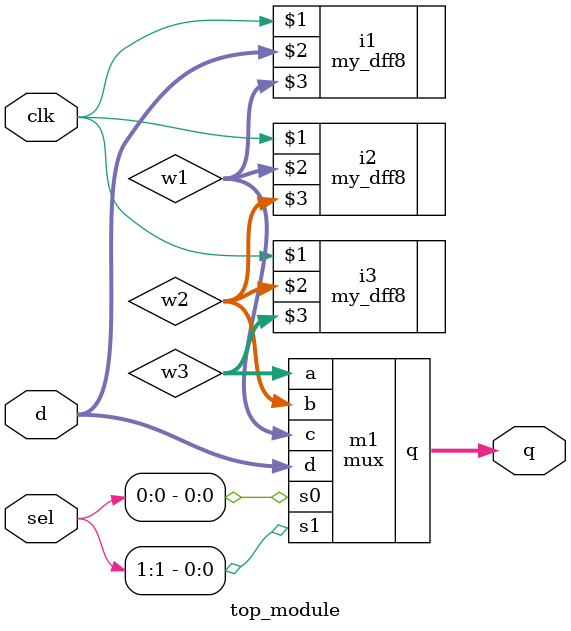
<source format=v>
/*This exercise is an extension of module_shift. 
Instead of module ports being only single pins, we now have modules with vectors as ports, 
to which you will attach wire vectors instead of plain wires. Like everywhere else in Verilog,
 the vector length of the port does not have to match the wire connecting to it, 
 but this will cause zero-padding or trucation of the vector.
  This exercise does not use connections with mismatched vector lengths.

You are given a module my_dff8 with two inputs and one output (that implements a set of 8 D flip-flops). 
Instantiate three of them, then chain them together to make a 8-bit wide shift register of length 3.
 In addition, create a 4-to-1 multiplexer (not provided) that chooses what to output depending on 
 sel[1:0]: The value at the input d, after the first, after the second, or after the third D flip-flop. 
 (Essentially, sel selects how many cycles to delay the input, from zero to three clock cycles.)

The module provided to you is: module my_dff8 ( input clk, input [7:0] d, output [7:0] q );

The multiplexer is not provided. One possible way to write one is inside an always block with a case
     statement inside. (See also: mux9to1v)*/
     module mux(a,b,c,d,s1,s0,q);
    input [7:0]a,b,c,d;
    input s1,s0;
    output reg [7:0]q;
    always@(s1,s0)
    begin
        case({s1,s0})
                2'b00: q=d;
                2'b01: q=c;
                2'b10: q=b;
                2'b11: q=a;
        endcase
    end
endmodule

module top_module ( 
    input clk, 
    input [7:0] d, 
    input [1:0] sel, 
    output [7:0] q);
    wire [7:0]w1,w2,w3;
    my_dff8 i1(clk,d,w1);
    my_dff8 i2(clk,w1,w2);
    my_dff8 i3(clk,w2,w3);
    mux m1(w3,w2,w1,d,sel[1],sel[0],q);
endmodule

</source>
